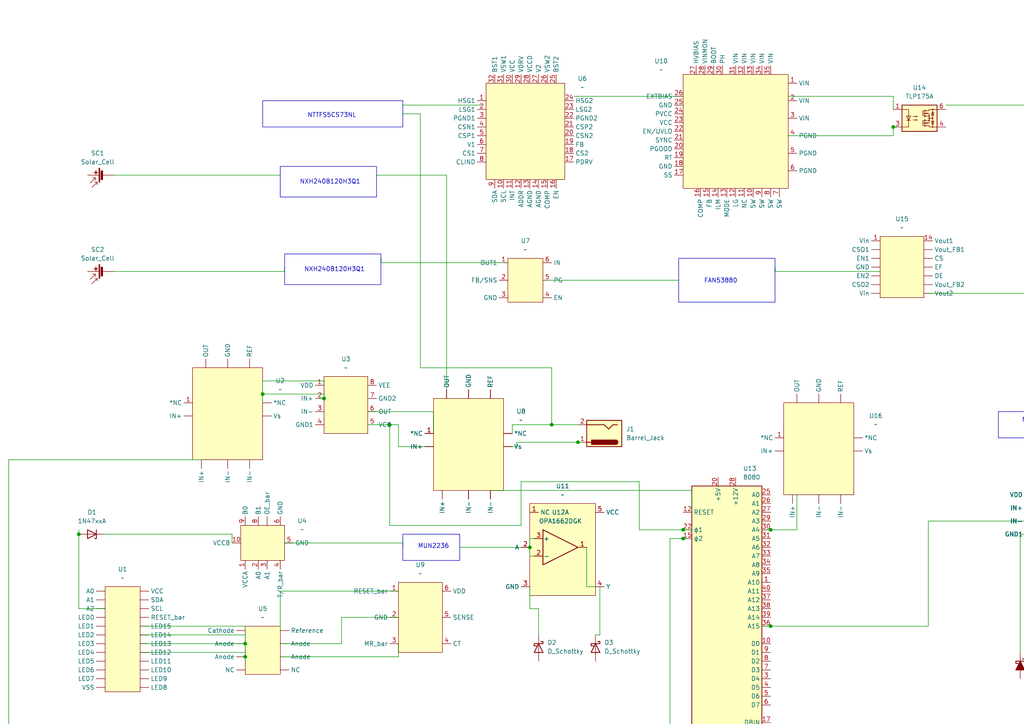
<source format=kicad_sch>
(kicad_sch (version 20250114) (generator "eeschema") (generator_version "9.0")
  (paper "A4")
  (lib_symbols
    (symbol "Amplifier_Operational:OPA1662DGK" (pin_names (offset 0.127))
      (property "Reference" "U" (at 0 5.08 0))
      (property "Value" "OPA1662DGK" (at 0 -5.08 0))
      (symbol "OPA1662DGK_1_1"
        (polyline (pts (xy -5.08 5.08) (xy 5.08 0) (xy -5.08 -5.08) (xy -5.08 5.08)) (stroke (width 0.254)) (fill (type background)))
        (pin input line (at -7.62 2.54 0) (length 2.54) (name "+") (number "3"))
        (pin input line (at -7.62 -2.54 0) (length 2.54) (name "-") (number "2"))
        (pin output line (at 7.62 0 180) (length 2.54) (name "~") (number "1"))
      )
      (symbol "OPA1662DGK_2_1"
        (polyline (pts (xy -5.08 5.08) (xy 5.08 0) (xy -5.08 -5.08) (xy -5.08 5.08)) (stroke (width 0.254)) (fill (type background)))
        (pin input line (at -7.62 2.54 0) (length 2.54) (name "+") (number "5"))
        (pin input line (at -7.62 -2.54 0) (length 2.54) (name "-") (number "6"))
        (pin output line (at 7.62 0 180) (length 2.54) (name "~") (number "7"))
      )
      (symbol "OPA1662DGK_3_1"
        (pin power_in line (at -2.54 7.62 270) (length 3.81) (name "V+") (number "8"))
        (pin power_in line (at -2.54 -7.62 90) (length 3.81) (name "V-") (number "4"))
      )
    )
    (symbol "Amplifier_Operational:TLV172IDCK" (pin_names (offset 0.127))
      (property "Reference" "U" (at 7.62 2.54 0))
      (property "Value" "TLV172IDCK" (at 11.43 -2.54 0))
      (symbol "TLV172IDCK_0_1"
        (polyline (pts (xy -2.54 5.08) (xy -2.54 -5.08) (xy 7.62 0) (xy -2.54 5.08)) (stroke (width 0.254)) (fill (type background)))
      )
      (symbol "TLV172IDCK_1_1"
        (pin input line (at -5.08 2.54 0) (length 2.54) (name "+") (number "1"))
        (pin input line (at -5.08 -2.54 0) (length 2.54) (name "-") (number "3"))
        (pin power_in line (at 0 7.62 270) (length 3.81) (name "V+") (number "5"))
        (pin power_in line (at 0 -7.62 90) (length 3.81) (name "V-") (number "2"))
        (pin output line (at 10.16 0 180) (length 2.54) (name "~") (number "4"))
      )
    )
    (symbol "Cobot_components:NCP189"
      (property "Reference" "U" (at 0 0 0))
      (symbol "NCP189_1_1"
        (rectangle (start -5.08 -2.54) (end 5.08 -15.24) (fill (type background)))
        (pin input line (at -5.08 -3.81 180) (length 2.54) (name "OUT1") (number "1"))
        (pin input line (at -5.08 -8.89 180) (length 2.54) (name "FB/SNS") (number "2"))
        (pin input line (at -5.08 -13.97 180) (length 2.54) (name "GND") (number "3"))
        (pin input line (at 5.08 -3.81 0) (length 2.54) (name "IN") (number "6"))
        (pin input line (at 5.08 -8.89 0) (length 2.54) (name "PG") (number "5"))
        (pin input line (at 5.08 -13.97 0) (length 2.54) (name "EN") (number "4"))
      )
    )
    (symbol "Cobot_components:NCP51752"
      (property "Reference" "U" (at 0 0 0))
      (symbol "NCP51752_1_1"
        (rectangle (start -6.35 -3.81) (end 6.35 -20.32) (fill (type background)))
        (pin input line (at -6.35 -6.35 180) (length 2.54) (name "VDD") (number "1"))
        (pin input line (at -6.35 -10.16 180) (length 2.54) (name "IN+") (number "2"))
        (pin input line (at -6.35 -13.97 180) (length 2.54) (name "IN-") (number "3"))
        (pin input line (at -6.35 -17.78 180) (length 2.54) (name "GND1") (number "4"))
        (pin input line (at 6.35 -6.35 0) (length 2.54) (name "VEE") (number "8"))
        (pin input line (at 6.35 -10.16 0) (length 2.54) (name "GND2") (number "7"))
        (pin input line (at 6.35 -13.97 0) (length 2.54) (name "OUT") (number "6"))
        (pin input line (at 6.35 -17.78 0) (length 2.54) (name "VCC") (number "5"))
      )
    )
    (symbol "Cobot_components:NCS211R"
      (property "Reference" "U" (at 0 0 0))
      (symbol "NCS211R_1_1"
        (rectangle (start -10.16 -11.43) (end 10.16 -38.1) (fill (type background)))
        (pin input line (at -10.16 -21.59 180) (length 2.54) (name "*NC") (number "1"))
        (pin input line (at -10.16 -25.4 180) (length 2.54) (name "IN+") (number ""))
        (pin input line (at -7.62 -38.1 270) (length 2.54) (name "IN+") (number ""))
        (pin input line (at -6.35 -11.43 90) (length 2.54) (name "OUT") (number ""))
        (pin input line (at 0 -11.43 90) (length 2.54) (name "GND") (number ""))
        (pin input line (at 0 -38.1 270) (length 2.54) (name "IN-") (number ""))
        (pin input line (at 6.35 -11.43 90) (length 2.54) (name "REF") (number ""))
        (pin input line (at 6.35 -38.1 270) (length 2.54) (name "IN-") (number ""))
        (pin input line (at 10.16 -21.59 0) (length 2.54) (name "*NC") (number ""))
        (pin input line (at 10.16 -25.4 0) (length 2.54) (name "Vs") (number ""))
      )
    )
    (symbol "Cobot_components:NIS3071"
      (property "Reference" "U" (at 0 0 0))
      (symbol "NIS3071_1_1"
        (rectangle (start -10.16 -17.78) (end 8.89 -49.53) (fill (type background)))
        (pin input line (at -10.16 -25.4 180) (length 2.54) (name "VOUT1") (number ""))
        (pin input line (at -10.16 -30.48 180) (length 2.54) (name "VIN1") (number ""))
        (pin input line (at -10.16 -35.56 180) (length 2.54) (name "VIN2") (number ""))
        (pin input line (at -10.16 -40.64 180) (length 2.54) (name "VOUT2") (number ""))
        (pin input line (at -6.35 -17.78 90) (length 2.54) (name "EN1") (number ""))
        (pin input line (at -6.35 -49.53 270) (length 2.54) (name "FAULT") (number ""))
        (pin input line (at -2.54 -17.78 90) (length 2.54) (name "EN2") (number ""))
        (pin input line (at -2.54 -49.53 270) (length 2.54) (name "dvdt") (number ""))
        (pin input line (at 1.27 -17.78 90) (length 2.54) (name "EN3") (number ""))
        (pin input line (at 1.27 -49.53 270) (length 2.54) (name "ILM") (number ""))
        (pin input line (at 5.08 -17.78 90) (length 2.54) (name "EN4") (number ""))
        (pin input line (at 5.08 -49.53 270) (length 2.54) (name "GND") (number ""))
        (pin input line (at 8.89 -25.4 0) (length 2.54) (name "VOUT3") (number ""))
        (pin input line (at 8.89 -30.48 0) (length 2.54) (name "VIN3") (number ""))
        (pin input line (at 8.89 -35.56 0) (length 2.54) (name "VIN4") (number ""))
        (pin input line (at 8.89 -40.64 0) (length 2.54) (name "VOUT4") (number ""))
      )
    )
    (symbol "Connector:Barrel_Jack" (pin_names (offset 1.016))
      (property "Reference" "J" (at 0 5.334 0))
      (property "Value" "Barrel_Jack" (at 0 -5.08 0))
      (symbol "Barrel_Jack_0_1"
        (rectangle (start -5.08 3.81) (end 5.08 -3.81) (stroke (width 0.254)) (fill (type background)))
        (polyline (pts (xy -3.81 -2.54) (xy -2.54 -2.54) (xy -1.27 -1.27) (xy 0 -2.54) (xy 2.54 -2.54) (xy 5.08 -2.54)) (stroke (width 0.254)))
        (arc (start -3.302 1.905) (mid -3.9343 2.54) (end -3.302 3.175) (stroke (width 0.254)))
        (arc (start -3.302 1.905) (mid -3.9343 2.54) (end -3.302 3.175) (stroke (width 0.254)) (fill (type outline)))
        (rectangle (start 3.683 3.175) (end -3.302 1.905) (stroke (width 0.254)) (fill (type outline)))
        (polyline (pts (xy 5.08 2.54) (xy 3.81 2.54)) (stroke (width 0.254)))
      )
      (symbol "Barrel_Jack_1_1"
        (pin passive line (at 7.62 2.54 180) (length 2.54) (name "~") (number "1"))
        (pin passive line (at 7.62 -2.54 180) (length 2.54) (name "~") (number "2"))
      )
    )
    (symbol "Device:D_Schottky" (pin_numbers (hide yes)) (pin_names (offset 1.016) (hide yes))
      (property "Reference" "D" (at 0 2.54 0))
      (property "Value" "D_Schottky" (at 0 -2.54 0))
      (symbol "D_Schottky_0_1"
        (polyline (pts (xy -1.905 0.635) (xy -1.905 1.27) (xy -1.27 1.27) (xy -1.27 -1.27) (xy -0.635 -1.27) (xy -0.635 -0.635)) (stroke (width 0.254)))
        (polyline (pts (xy 1.27 1.27) (xy 1.27 -1.27) (xy -1.27 0) (xy 1.27 1.27)) (stroke (width 0.254)))
        (polyline (pts (xy 1.27 0) (xy -1.27 0)))
      )
      (symbol "D_Schottky_1_1"
        (pin passive line (at -3.81 0 0) (length 2.54) (name "K") (number "1"))
        (pin passive line (at 3.81 0 180) (length 2.54) (name "A") (number "2"))
      )
    )
    (symbol "Device:D_Schottky_Filled" (pin_numbers (hide yes)) (pin_names (offset 1.016) (hide yes))
      (property "Reference" "D" (at 0 2.54 0))
      (property "Value" "D_Schottky_Filled" (at 0 -2.54 0))
      (symbol "D_Schottky_Filled_0_1"
        (polyline (pts (xy -1.905 0.635) (xy -1.905 1.27) (xy -1.27 1.27) (xy -1.27 -1.27) (xy -0.635 -1.27) (xy -0.635 -0.635)) (stroke (width 0.254)))
        (polyline (pts (xy 1.27 1.27) (xy 1.27 -1.27) (xy -1.27 0) (xy 1.27 1.27)) (stroke (width 0.254)) (fill (type outline)))
        (polyline (pts (xy 1.27 0) (xy -1.27 0)))
      )
      (symbol "D_Schottky_Filled_1_1"
        (pin passive line (at -3.81 0 0) (length 2.54) (name "K") (number "1"))
        (pin passive line (at 3.81 0 180) (length 2.54) (name "A") (number "2"))
      )
    )
    (symbol "Device:Solar_Cell" (pin_numbers (hide yes)) (pin_names (offset 0) (hide yes))
      (property "Reference" "SC" (at 2.54 2.54 0))
      (property "Value" "Solar_Cell" (at 2.54 0 0))
      (symbol "Solar_Cell_0_1"
        (polyline (pts (xy -2.032 3.048) (xy -2.032 2.286) (xy -2.794 2.286)))
        (polyline (pts (xy -2.032 2.286) (xy -3.556 3.81)))
        (rectangle (start -2.032 1.778) (end 2.032 1.524) (fill (type outline)))
        (rectangle (start -1.3208 1.1938) (end 1.27 0.6858) (fill (type outline)))
        (polyline (pts (xy -0.762 3.556) (xy -0.762 2.794) (xy -1.524 2.794)))
        (polyline (pts (xy -0.762 2.794) (xy -2.286 4.318)))
        (polyline (pts (xy 0 1.778) (xy 0 2.54)))
        (polyline (pts (xy 0 0.762) (xy 0 0)))
        (polyline (pts (xy 0.254 2.667) (xy 1.27 2.667)) (stroke (width 0.254)))
        (polyline (pts (xy 0.762 3.175) (xy 0.762 2.159)) (stroke (width 0.254)))
      )
      (symbol "Solar_Cell_1_1"
        (pin passive line (at 0 5.08 270) (length 2.54) (name "+") (number "1"))
        (pin passive line (at 0 -2.54 90) (length 2.54) (name "-") (number "2"))
      )
    )
    (symbol "Diode:1N4148WT" (pin_numbers (hide yes)) (pin_names (hide yes))
      (property "Reference" "D" (at 0 2.54 0))
      (property "Value" "1N4148WT" (at 0 -2.54 0))
      (symbol "1N4148WT_0_1"
        (polyline (pts (xy -1.27 1.27) (xy -1.27 -1.27)) (stroke (width 0.254)))
        (polyline (pts (xy 1.27 1.27) (xy 1.27 -1.27) (xy -1.27 0) (xy 1.27 1.27)) (stroke (width 0.254)))
        (polyline (pts (xy 1.27 0) (xy -1.27 0)))
      )
      (symbol "1N4148WT_1_1"
        (pin passive line (at -3.81 0 0) (length 2.54) (name "K") (number "1"))
        (pin passive line (at 3.81 0 180) (length 2.54) (name "A") (number "2"))
      )
    )
    (symbol "Diode:1N47xxA" (pin_numbers (hide yes)) (pin_names (hide yes))
      (property "Reference" "D" (at 0 2.54 0))
      (property "Value" "1N47xxA" (at 0 -2.54 0))
      (symbol "1N47xxA_0_1"
        (polyline (pts (xy -1.27 -1.27) (xy -1.27 1.27) (xy -0.762 1.27)) (stroke (width 0.254)))
        (polyline (pts (xy 1.27 0) (xy -1.27 0)))
        (polyline (pts (xy 1.27 -1.27) (xy 1.27 1.27) (xy -1.27 0) (xy 1.27 -1.27)) (stroke (width 0.254)))
      )
      (symbol "1N47xxA_1_1"
        (pin passive line (at -3.81 0 0) (length 2.54) (name "K") (number "1"))
        (pin passive line (at 3.81 0 180) (length 2.54) (name "A") (number "2"))
      )
    )
    (symbol "MCU_Intel:8080"
      (property "Reference" "U" (at -7.62 44.45 0))
      (property "Value" "8080" (at 7.62 44.45 0))
      (symbol "8080_0_1"
        (rectangle (start -10.16 43.18) (end 10.16 -43.18) (stroke (width 0.254)) (fill (type background)))
      )
      (symbol "8080_1_1"
        (pin input line (at -12.7 35.56 0) (length 2.54) (name "RESET") (number "12"))
        (pin input line (at -12.7 30.48 0) (length 2.54) (name "ϕ1") (number "22"))
        (pin input line (at -12.7 27.94 0) (length 2.54) (name "ϕ2") (number "15"))
        (pin input line (at -12.7 -33.02 0) (length 2.54) (name "HOLD") (number "13"))
        (pin input line (at -12.7 -35.56 0) (length 2.54) (name "READY") (number "23"))
        (pin input line (at -12.7 -38.1 0) (length 2.54) (name "INT") (number "14"))
        (pin power_in line (at -2.54 45.72 270) (length 2.54) (name "+5V") (number "20"))
        (pin power_in line (at -2.54 -45.72 90) (length 2.54) (name "GND") (number "2"))
        (pin power_in line (at 2.54 45.72 270) (length 2.54) (name "+12V") (number "28"))
        (pin power_in line (at 2.54 -45.72 90) (length 2.54) (name "-5V") (number "11"))
        (pin output line (at 12.7 40.64 180) (length 2.54) (name "A0") (number "25"))
        (pin output line (at 12.7 38.1 180) (length 2.54) (name "A1") (number "26"))
        (pin output line (at 12.7 35.56 180) (length 2.54) (name "A2") (number "27"))
        (pin output line (at 12.7 33.02 180) (length 2.54) (name "A3") (number "29"))
        (pin output line (at 12.7 30.48 180) (length 2.54) (name "A4") (number "30"))
        (pin output line (at 12.7 27.94 180) (length 2.54) (name "A5") (number "31"))
        (pin output line (at 12.7 25.4 180) (length 2.54) (name "A6") (number "32"))
        (pin output line (at 12.7 22.86 180) (length 2.54) (name "A7") (number "33"))
        (pin output line (at 12.7 20.32 180) (length 2.54) (name "A8") (number "34"))
        (pin output line (at 12.7 17.78 180) (length 2.54) (name "A9") (number "35"))
        (pin output line (at 12.7 15.24 180) (length 2.54) (name "A10") (number "1"))
        (pin output line (at 12.7 12.7 180) (length 2.54) (name "A11") (number "40"))
        (pin output line (at 12.7 10.16 180) (length 2.54) (name "A12") (number "37"))
        (pin output line (at 12.7 7.62 180) (length 2.54) (name "A13") (number "38"))
        (pin output line (at 12.7 5.08 180) (length 2.54) (name "A14") (number "39"))
        (pin output line (at 12.7 2.54 180) (length 2.54) (name "A15") (number "36"))
        (pin bidirectional line (at 12.7 -2.54 180) (length 2.54) (name "D0") (number "10"))
        (pin bidirectional line (at 12.7 -5.08 180) (length 2.54) (name "D1") (number "9"))
        (pin bidirectional line (at 12.7 -7.62 180) (length 2.54) (name "D2") (number "8"))
        (pin bidirectional line (at 12.7 -10.16 180) (length 2.54) (name "D3") (number "7"))
        (pin bidirectional line (at 12.7 -12.7 180) (length 2.54) (name "D4") (number "3"))
        (pin bidirectional line (at 12.7 -15.24 180) (length 2.54) (name "D5") (number "4"))
        (pin bidirectional line (at 12.7 -17.78 180) (length 2.54) (name "D6") (number "5"))
        (pin bidirectional line (at 12.7 -20.32 180) (length 2.54) (name "D7") (number "6"))
        (pin output line (at 12.7 -25.4 180) (length 2.54) (name "DBIN") (number "17"))
        (pin output line (at 12.7 -27.94 180) (length 2.54) (name "~{WR}") (number "18"))
        (pin output line (at 12.7 -33.02 180) (length 2.54) (name "HLDA") (number "21"))
        (pin output line (at 12.7 -35.56 180) (length 2.54) (name "WAIT") (number "24"))
        (pin output line (at 12.7 -38.1 180) (length 2.54) (name "INTE") (number "16"))
        (pin output line (at 12.7 -40.64 180) (length 2.54) (name "SYNC") (number "19"))
      )
    )
    (symbol "NCS211R_1"
      (property "Reference" "U" (at 0 0 0))
      (symbol "NCS211R_1_1_1"
        (rectangle (start -10.16 -11.43) (end 10.16 -38.1) (fill (type background)))
        (pin input line (at -10.16 -21.59 180) (length 2.54) (name "*NC") (number "1"))
        (pin input line (at -10.16 -25.4 180) (length 2.54) (name "IN+") (number ""))
        (pin input line (at -7.62 -38.1 270) (length 2.54) (name "IN+") (number ""))
        (pin input line (at -6.35 -11.43 90) (length 2.54) (name "OUT") (number ""))
        (pin input line (at 0 -11.43 90) (length 2.54) (name "GND") (number ""))
        (pin input line (at 0 -38.1 270) (length 2.54) (name "IN-") (number ""))
        (pin input line (at 6.35 -11.43 90) (length 2.54) (name "REF") (number ""))
        (pin input line (at 6.35 -38.1 270) (length 2.54) (name "IN-") (number ""))
        (pin input line (at 10.16 -21.59 0) (length 2.54) (name "*NC") (number ""))
        (pin input line (at 10.16 -25.4 0) (length 2.54) (name "Vs") (number ""))
      )
    )
    (symbol "NCS211R_2"
      (property "Reference" "U" (at 0 0 0))
      (symbol "NCS211R_2_1_1"
        (rectangle (start -10.16 -11.43) (end 10.16 -38.1) (fill (type background)))
        (pin input line (at -10.16 -21.59 180) (length 2.54) (name "*NC") (number "1"))
        (pin input line (at -10.16 -25.4 180) (length 2.54) (name "IN+") (number ""))
        (pin input line (at -7.62 -38.1 270) (length 2.54) (name "IN+") (number ""))
        (pin input line (at -6.35 -11.43 90) (length 2.54) (name "OUT") (number ""))
        (pin input line (at 0 -11.43 90) (length 2.54) (name "GND") (number ""))
        (pin input line (at 0 -38.1 270) (length 2.54) (name "IN-") (number ""))
        (pin input line (at 6.35 -11.43 90) (length 2.54) (name "REF") (number ""))
        (pin input line (at 6.35 -38.1 270) (length 2.54) (name "IN-") (number ""))
        (pin input line (at 10.16 -21.59 0) (length 2.54) (name "*NC") (number ""))
        (pin input line (at 10.16 -25.4 0) (length 2.54) (name "Vs") (number ""))
      )
    )
    (symbol "NCS211R_3"
      (property "Reference" "U" (at 0 0 0))
      (symbol "NCS211R_3_1_1"
        (rectangle (start -10.16 -11.43) (end 10.16 -38.1) (fill (type background)))
        (pin input line (at -10.16 -21.59 180) (length 2.54) (name "*NC") (number "1"))
        (pin input line (at -10.16 -25.4 180) (length 2.54) (name "IN+") (number ""))
        (pin input line (at -7.62 -38.1 270) (length 2.54) (name "IN+") (number ""))
        (pin input line (at -6.35 -11.43 90) (length 2.54) (name "OUT") (number ""))
        (pin input line (at 0 -11.43 90) (length 2.54) (name "GND") (number ""))
        (pin input line (at 0 -38.1 270) (length 2.54) (name "IN-") (number ""))
        (pin input line (at 6.35 -11.43 90) (length 2.54) (name "REF") (number ""))
        (pin input line (at 6.35 -38.1 270) (length 2.54) (name "IN-") (number ""))
        (pin input line (at 10.16 -21.59 0) (length 2.54) (name "*NC") (number ""))
        (pin input line (at 10.16 -25.4 0) (length 2.54) (name "Vs") (number ""))
      )
    )
    (symbol "Relay_SolidState:TLP175A"
      (property "Reference" "U" (at -5.08 4.953 0))
      (property "Value" "TLP175A" (at -5.08 -5.08 0))
      (symbol "TLP175A_0_1"
        (rectangle (start -5.08 3.81) (end 5.08 -3.81) (stroke (width 0.254)) (fill (type background)))
        (polyline (pts (xy -5.08 2.54) (xy -3.175 2.54) (xy -3.175 -2.54) (xy -5.08 -2.54)))
        (polyline (pts (xy -3.81 -0.635) (xy -2.54 -0.635)))
        (polyline (pts (xy -3.175 -0.635) (xy -3.81 0.635) (xy -2.54 0.635) (xy -3.175 -0.635)))
        (polyline (pts (xy -1.905 0.508) (xy -0.635 0.508) (xy -1.016 0.381) (xy -1.016 0.635) (xy -0.635 0.508)))
        (polyline (pts (xy -1.905 -0.508) (xy -0.635 -0.508) (xy -1.016 -0.635) (xy -1.016 -0.381) (xy -0.635 -0.508)))
        (polyline (pts (xy 1.016 2.159) (xy 1.016 0.635)) (stroke (width 0.2032)))
        (polyline (pts (xy 1.016 -0.635) (xy 1.016 -2.159)) (stroke (width 0.2032)))
        (polyline (pts (xy 1.524 2.286) (xy 1.524 2.032) (xy 1.524 2.032)) (stroke (width 0.3556)))
        (polyline (pts (xy 1.524 1.524) (xy 1.524 1.27) (xy 1.524 1.27)) (stroke (width 0.3556)))
        (polyline (pts (xy 1.524 0.762) (xy 1.524 0.508) (xy 1.524 0.508)) (stroke (width 0.3556)))
        (polyline (pts (xy 1.524 -0.508) (xy 1.524 -0.762)) (stroke (width 0.3556)))
        (polyline (pts (xy 1.524 -1.27) (xy 1.524 -1.524) (xy 1.524 -1.524)) (stroke (width 0.3556)))
        (polyline (pts (xy 1.524 -2.032) (xy 1.524 -2.286) (xy 1.524 -2.286)) (stroke (width 0.3556)))
        (polyline (pts (xy 1.651 2.159) (xy 2.794 2.159) (xy 2.794 2.54) (xy 5.08 2.54)))
        (polyline (pts (xy 1.651 1.397) (xy 2.794 1.397) (xy 2.794 0.635)))
        (polyline (pts (xy 1.651 -0.635) (xy 2.794 -0.635) (xy 2.794 0.635) (xy 1.651 0.635)))
        (polyline (pts (xy 1.651 -1.397) (xy 2.794 -1.397) (xy 2.794 -0.635)))
        (polyline (pts (xy 1.651 -2.159) (xy 2.794 -2.159) (xy 2.794 -2.54) (xy 5.08 -2.54)))
        (polyline (pts (xy 1.778 1.397) (xy 2.286 1.524) (xy 2.286 1.27) (xy 1.778 1.397)))
        (polyline (pts (xy 1.778 -1.397) (xy 2.286 -1.27) (xy 2.286 -1.524) (xy 1.778 -1.397)))
        (circle (center 2.794 0.635) (radius 0.127))
        (polyline (pts (xy 2.794 0) (xy 3.81 0)))
        (circle (center 2.794 0) (radius 0.127))
        (circle (center 2.794 -0.635) (radius 0.127))
        (polyline (pts (xy 3.429 1.651) (xy 4.191 1.651)))
        (polyline (pts (xy 3.429 -1.651) (xy 4.191 -1.651)))
        (circle (center 3.81 2.54) (radius 0.127))
        (polyline (pts (xy 3.81 1.651) (xy 3.429 0.889) (xy 4.191 0.889) (xy 3.81 1.651)))
        (circle (center 3.81 0) (radius 0.127))
        (polyline (pts (xy 3.81 -1.651) (xy 3.429 -0.889) (xy 4.191 -0.889) (xy 3.81 -1.651)))
        (polyline (pts (xy 3.81 -2.54) (xy 3.81 2.54)))
        (circle (center 3.81 -2.54) (radius 0.127))
      )
      (symbol "TLP175A_1_1"
        (pin passive line (at -7.62 2.54 0) (length 2.54) (name "~") (number "1"))
        (pin passive line (at -7.62 -2.54 0) (length 2.54) (name "~") (number "3"))
        (pin passive line (at 7.62 2.54 180) (length 2.54) (name "~") (number "6"))
        (pin passive line (at 7.62 -2.54 180) (length 2.54) (name "~") (number "4"))
      )
    )
    (symbol "si_components:CAT9532"
      (property "Reference" "U" (at 0 0 0))
      (symbol "CAT9532_1_1"
        (rectangle (start -5.08 -1.27) (end 5.08 -31.75) (fill (type background)))
        (pin input line (at -5.08 -2.54 180) (length 2.54) (name "A0") (number ""))
        (pin input line (at -5.08 -5.08 180) (length 2.54) (name "A1") (number ""))
        (pin input line (at -5.08 -7.62 180) (length 2.54) (name "A2") (number ""))
        (pin input line (at -5.08 -10.16 180) (length 2.54) (name "LED0") (number ""))
        (pin input line (at -5.08 -12.7 180) (length 2.54) (name "LED1") (number ""))
        (pin input line (at -5.08 -15.24 180) (length 2.54) (name "LED2") (number ""))
        (pin input line (at -5.08 -17.78 180) (length 2.54) (name "LED3") (number ""))
        (pin input line (at -5.08 -20.32 180) (length 2.54) (name "LED4") (number ""))
        (pin input line (at -5.08 -22.86 180) (length 2.54) (name "LED5") (number ""))
        (pin input line (at -5.08 -25.4 180) (length 2.54) (name "LED6") (number ""))
        (pin input line (at -5.08 -27.94 180) (length 2.54) (name "LED7") (number ""))
        (pin input line (at -5.08 -30.48 180) (length 2.54) (name "VSS") (number ""))
        (pin input line (at 5.08 -2.54 0) (length 2.54) (name "VCC") (number ""))
        (pin input line (at 5.08 -5.08 0) (length 2.54) (name "SDA") (number ""))
        (pin input line (at 5.08 -7.62 0) (length 2.54) (name "SCL") (number ""))
        (pin input line (at 5.08 -10.16 0) (length 2.54) (name "RESET_bar") (number ""))
        (pin input line (at 5.08 -12.7 0) (length 2.54) (name "LED15") (number ""))
        (pin input line (at 5.08 -15.24 0) (length 2.54) (name "LED14") (number ""))
        (pin input line (at 5.08 -17.78 0) (length 2.54) (name "LED13") (number ""))
        (pin input line (at 5.08 -20.32 0) (length 2.54) (name "LED12") (number ""))
        (pin input line (at 5.08 -22.86 0) (length 2.54) (name "LED11") (number ""))
        (pin input line (at 5.08 -25.4 0) (length 2.54) (name "LED10") (number ""))
        (pin input line (at 5.08 -27.94 0) (length 2.54) (name "LED9") (number ""))
        (pin input line (at 5.08 -30.48 0) (length 2.54) (name "LED8") (number ""))
      )
    )
    (symbol "si_components:FAN65004B"
      (property "Reference" "U" (at 0 0 0))
      (symbol "FAN65004B_1_1"
        (rectangle (start -15.24 -10.16) (end 15.24 -43.18) (fill (type background)))
        (pin input line (at -15.24 -16.51 180) (length 2.54) (name "EXTBIAS") (number "26"))
        (pin input line (at -15.24 -19.05 180) (length 2.54) (name "GND") (number "25"))
        (pin input line (at -15.24 -21.59 180) (length 2.54) (name "PVCC") (number "24"))
        (pin input line (at -15.24 -24.13 180) (length 2.54) (name "VCC") (number "23"))
        (pin input line (at -15.24 -26.67 180) (length 2.54) (name "EN/UVLO") (number "22"))
        (pin input line (at -15.24 -29.21 180) (length 2.54) (name "SYNC") (number "21"))
        (pin input line (at -15.24 -31.75 180) (length 2.54) (name "PGOOD") (number "20"))
        (pin input line (at -15.24 -34.29 180) (length 2.54) (name "RT") (number "19"))
        (pin input line (at -15.24 -36.83 180) (length 2.54) (name "GND") (number "18"))
        (pin input line (at -15.24 -39.37 180) (length 2.54) (name "SS") (number "17"))
        (pin input line (at -11.43 -10.16 90) (length 2.54) (name "HVBIAS") (number "27"))
        (pin input line (at -10.16 -43.18 270) (length 2.54) (name "COMP") (number "16"))
        (pin input line (at -8.89 -10.16 90) (length 2.54) (name "VINMON") (number "28"))
        (pin input line (at -7.62 -43.18 270) (length 2.54) (name "FB") (number "15"))
        (pin input line (at -6.35 -10.16 90) (length 2.54) (name "BOOT") (number "29"))
        (pin input line (at -5.08 -43.18 270) (length 2.54) (name "ILM") (number "14"))
        (pin input line (at -3.81 -10.16 90) (length 2.54) (name "PH") (number "30"))
        (pin input line (at -2.54 -43.18 270) (length 2.54) (name "MODE") (number "13"))
        (pin input line (at 0 -10.16 90) (length 2.54) (name "VIN") (number "31"))
        (pin input line (at 0 -43.18 270) (length 2.54) (name "LG") (number "12"))
        (pin input line (at 2.54 -10.16 90) (length 2.54) (name "VIN") (number "32"))
        (pin input line (at 2.54 -43.18 270) (length 2.54) (name "NC") (number "11"))
        (pin input line (at 5.08 -10.16 90) (length 2.54) (name "VIN") (number "33"))
        (pin input line (at 5.08 -43.18 270) (length 2.54) (name "SW") (number "10"))
        (pin input line (at 7.62 -10.16 90) (length 2.54) (name "VIN") (number "34"))
        (pin input line (at 7.62 -43.18 270) (length 2.54) (name "SW") (number "9"))
        (pin input line (at 10.16 -10.16 90) (length 2.54) (name "VIN") (number "35"))
        (pin input line (at 10.16 -43.18 270) (length 2.54) (name "SW") (number "8"))
        (pin input line (at 12.7 -43.18 270) (length 2.54) (name "SW") (number "7"))
        (pin input line (at 15.24 -12.7 0) (length 2.54) (name "VIN") (number "1"))
        (pin input line (at 15.24 -17.78 0) (length 2.54) (name "VIN") (number "2"))
        (pin input line (at 15.24 -22.86 0) (length 2.54) (name "VIN") (number "3"))
        (pin input line (at 15.24 -27.94 0) (length 2.54) (name "PGND") (number "4"))
        (pin input line (at 15.24 -33.02 0) (length 2.54) (name "PGND") (number "5"))
        (pin input line (at 15.24 -38.1 0) (length 2.54) (name "PGND") (number "6"))
      )
    )
    (symbol "si_components:FXL2T245_"
      (property "Reference" "U" (at 0 0 0))
      (symbol "FXL2T245__1_1"
        (rectangle (start -6.35 -6.35) (end 6.35 -16.51) (fill (type background)))
        (pin input line (at -6.35 -11.43 180) (length 2.54) (name "VCCB") (number "10"))
        (pin input line (at -5.08 -6.35 90) (length 2.54) (name "B0") (number "9"))
        (pin input line (at -5.08 -16.51 270) (length 2.54) (name "VCCA") (number "1"))
        (pin input line (at -1.27 -6.35 90) (length 2.54) (name "B1") (number "8"))
        (pin input line (at -1.27 -16.51 270) (length 2.54) (name "A0") (number "2"))
        (pin input line (at 1.27 -6.35 90) (length 2.54) (name "OE_bar") (number ""))
        (pin input line (at 1.27 -16.51 270) (length 2.54) (name "A1") (number "3"))
        (pin input line (at 5.08 -6.35 90) (length 2.54) (name "GND") (number "6"))
        (pin input line (at 5.08 -16.51 270) (length 2.54) (name "T/R_bar") (number "4"))
        (pin input line (at 6.35 -11.43 0) (length 2.54) (name "GND") (number "5"))
      )
    )
    (symbol "si_components:NCN26000"
      (property "Reference" "U" (at 0 0 0))
      (symbol "NCN26000_1_1"
        (rectangle (start -12.7 -11.43) (end 10.16 -39.37) (fill (type background)))
        (pin input line (at -12.7 -16.51 180) (length 2.54) (name "GND") (number "1"))
        (pin input line (at -12.7 -19.05 180) (length 2.54) (name "NC") (number "2"))
        (pin input line (at -12.7 -21.59 180) (length 2.54) (name "XO") (number "3"))
        (pin input line (at -12.7 -24.13 180) (length 2.54) (name "XI") (number "4"))
        (pin input line (at -12.7 -26.67 180) (length 2.54) (name "VDD") (number "5"))
        (pin input line (at -12.7 -29.21 180) (length 2.54) (name "LINEP") (number "6"))
        (pin input line (at -12.7 -31.75 180) (length 2.54) (name "LINEN") (number "7"))
        (pin input line (at -12.7 -34.29 180) (length 2.54) (name "VDRVN") (number "8"))
        (pin input line (at -10.16 -11.43 90) (length 2.54) (name "DVDD") (number "32"))
        (pin input line (at -10.16 -39.37 270) (length 2.54) (name "DIO1") (number "9"))
        (pin input line (at -7.62 -11.43 90) (length 2.54) (name "RXD3") (number "31"))
        (pin input line (at -7.62 -39.37 270) (length 2.54) (name "DIO0") (number "10"))
        (pin input line (at -5.08 -11.43 90) (length 2.54) (name "RXD2") (number "30"))
        (pin input line (at -5.08 -39.37 270) (length 2.54) (name "MDINT") (number "11"))
        (pin input line (at -2.54 -11.43 90) (length 2.54) (name "RXD1") (number "29"))
        (pin input line (at -2.54 -39.37 270) (length 2.54) (name "RSTn") (number "12"))
        (pin input line (at 0 -11.43 90) (length 2.54) (name "RXD0") (number "28"))
        (pin input line (at 0 -39.37 270) (length 2.54) (name "MDCK") (number "13"))
        (pin input line (at 2.54 -11.43 90) (length 2.54) (name "RXDV") (number "27"))
        (pin input line (at 2.54 -39.37 270) (length 2.54) (name "MDIO") (number "14"))
        (pin input line (at 5.08 -11.43 90) (length 2.54) (name "RXER") (number "26"))
        (pin input line (at 5.08 -39.37 270) (length 2.54) (name "TXCK") (number "15"))
        (pin input line (at 7.62 -11.43 90) (length 2.54) (name "COL") (number "25"))
        (pin input line (at 7.62 -39.37 270) (length 2.54) (name "TXEN") (number "16"))
        (pin input line (at 10.16 -16.51 0) (length 2.54) (name "CRS") (number "24"))
        (pin input line (at 10.16 -19.05 0) (length 2.54) (name "RXCK") (number "23"))
        (pin input line (at 10.16 -21.59 0) (length 2.54) (name "VDDIO") (number "22"))
        (pin input line (at 10.16 -24.13 0) (length 2.54) (name "TXD3") (number "21"))
        (pin input line (at 10.16 -26.67 0) (length 2.54) (name "TXD2") (number "20"))
        (pin input line (at 10.16 -29.21 0) (length 2.54) (name "TXD1") (number "19"))
        (pin input line (at 10.16 -31.75 0) (length 2.54) (name "TXD0") (number "18"))
        (pin input line (at 10.16 -34.29 0) (length 2.54) (name "TXER") (number "17"))
      )
    )
    (symbol "si_components:NCP431"
      (property "Reference" "U" (at 0 0 0))
      (symbol "NCP431_1_1"
        (rectangle (start -5.08 -3.81) (end 5.08 -17.78) (fill (type background)))
        (pin input line (at -5.08 -5.08 180) (length 2.54) (name "Cathode") (number ""))
        (pin input line (at -5.08 -8.89 180) (length 2.54) (name "Anode") (number ""))
        (pin input line (at -5.08 -12.7 180) (length 2.54) (name "Anode") (number ""))
        (pin input line (at -5.08 -16.51 180) (length 2.54) (name "NC") (number ""))
        (pin input line (at 5.08 -5.08 0) (length 2.54) (name "Reference") (number ""))
        (pin input line (at 5.08 -8.89 0) (length 2.54) (name "Anode") (number ""))
        (pin input line (at 5.08 -12.7 0) (length 2.54) (name "Anode") (number ""))
        (pin input line (at 5.08 -16.51 0) (length 2.54) (name "NC") (number ""))
      )
    )
    (symbol "si_components:NCP81599"
      (property "Reference" "U" (at 0 0 0))
      (symbol "NCP81599_1_1"
        (rectangle (start -11.43 -10.16) (end 11.43 -38.1) (fill (type background)))
        (pin input line (at -11.43 -15.24 180) (length 2.54) (name "HSG1") (number "1"))
        (pin input line (at -11.43 -17.78 180) (length 2.54) (name "LSG1") (number "2"))
        (pin input line (at -11.43 -20.32 180) (length 2.54) (name "PGND1") (number "3"))
        (pin input line (at -11.43 -22.86 180) (length 2.54) (name "CSN1") (number "4"))
        (pin input line (at -11.43 -25.4 180) (length 2.54) (name "CSP1") (number "5"))
        (pin input line (at -11.43 -27.94 180) (length 2.54) (name "V1") (number "6"))
        (pin input line (at -11.43 -30.48 180) (length 2.54) (name "CS1") (number "7"))
        (pin input line (at -11.43 -33.02 180) (length 2.54) (name "CLIND") (number "8"))
        (pin input line (at -8.89 -10.16 90) (length 2.54) (name "BST1") (number "32"))
        (pin input line (at -8.89 -38.1 270) (length 2.54) (name "SDA") (number "9"))
        (pin input line (at -6.35 -10.16 90) (length 2.54) (name "VSW1") (number "31"))
        (pin input line (at -6.35 -38.1 270) (length 2.54) (name "SCL") (number "10"))
        (pin input line (at -3.81 -10.16 90) (length 2.54) (name "VCC") (number "30"))
        (pin input line (at -3.81 -38.1 270) (length 2.54) (name "INT") (number "11"))
        (pin input line (at -1.27 -10.16 90) (length 2.54) (name "VDRV") (number "29"))
        (pin input line (at -1.27 -38.1 270) (length 2.54) (name "ADDR") (number "12"))
        (pin input line (at 1.27 -10.16 90) (length 2.54) (name "VCCD") (number "28"))
        (pin input line (at 1.27 -38.1 270) (length 2.54) (name "AGND") (number "13"))
        (pin input line (at 3.81 -10.16 90) (length 2.54) (name "V2") (number "27"))
        (pin input line (at 3.81 -38.1 270) (length 2.54) (name "AGND") (number "14"))
        (pin input line (at 6.35 -10.16 90) (length 2.54) (name "VSW2") (number "26"))
        (pin input line (at 6.35 -38.1 270) (length 2.54) (name "COMP") (number "15"))
        (pin input line (at 8.89 -10.16 90) (length 2.54) (name "BST2") (number "25"))
        (pin input line (at 8.89 -38.1 270) (length 2.54) (name "EN") (number "16"))
        (pin input line (at 11.43 -15.24 0) (length 2.54) (name "HSG2") (number "24"))
        (pin input line (at 11.43 -17.78 0) (length 2.54) (name "LSG2") (number "23"))
        (pin input line (at 11.43 -20.32 0) (length 2.54) (name "PGND2") (number "22"))
        (pin input line (at 11.43 -22.86 0) (length 2.54) (name "CSP2") (number "21"))
        (pin input line (at 11.43 -25.4 0) (length 2.54) (name "CSN2") (number "20"))
        (pin input line (at 11.43 -27.94 0) (length 2.54) (name "FB") (number "19"))
        (pin input line (at 11.43 -30.48 0) (length 2.54) (name "CS2") (number "18"))
        (pin input line (at 11.43 -33.02 0) (length 2.54) (name "PDRV") (number "17"))
      )
    )
    (symbol "si_components:NCS2250"
      (property "Reference" "U" (at 0 0 0))
      (symbol "NCS2250_1_1"
        (rectangle (start -6.35 -3.81) (end 6.35 -20.32) (fill (type background)))
        (pin input line (at -6.35 -5.08 180) (length 2.54) (name "OUT") (number "1"))
        (pin input line (at -6.35 -11.43 180) (length 2.54) (name "VSS") (number "2"))
        (pin input line (at -6.35 -19.05 180) (length 2.54) (name "IN+") (number "3"))
        (pin input line (at 6.35 -5.08 0) (length 2.54) (name "VDD") (number "5"))
        (pin input line (at 6.35 -19.05 0) (length 2.54) (name "IN-") (number "4"))
      )
    )
    (symbol "si_components:NCV308"
      (property "Reference" "U" (at 0 0 0))
      (symbol "NCV308_1_1"
        (rectangle (start -6.35 -2.54) (end 6.35 -22.86) (fill (type background)))
        (pin input line (at -6.35 -5.08 180) (length 2.54) (name "RESET_bar") (number "1"))
        (pin input line (at -6.35 -12.7 180) (length 2.54) (name "GND") (number "2"))
        (pin input line (at -6.35 -20.32 180) (length 2.54) (name "MR_bar") (number "3"))
        (pin input line (at 6.35 -5.08 0) (length 2.54) (name "VDD") (number "6"))
        (pin input line (at 6.35 -12.7 0) (length 2.54) (name "SENSE") (number "5"))
        (pin input line (at 6.35 -20.32 0) (length 2.54) (name "CT") (number "4"))
      )
    )
    (symbol "si_components:NCV47823"
      (property "Reference" "U" (at 0 0 0))
      (symbol "NCV47823_1_1"
        (rectangle (start -6.35 -2.54) (end 6.35 -20.32) (fill (type background)))
        (pin input line (at -6.35 -3.81 180) (length 2.54) (name "Vin") (number "1"))
        (pin input line (at -6.35 -6.35 180) (length 2.54) (name "CSO1") (number ""))
        (pin input line (at -6.35 -8.89 180) (length 2.54) (name "EN1") (number ""))
        (pin input line (at -6.35 -11.43 180) (length 2.54) (name "GND") (number ""))
        (pin input line (at -6.35 -13.97 180) (length 2.54) (name "EN2") (number ""))
        (pin input line (at -6.35 -16.51 180) (length 2.54) (name "CSO2") (number ""))
        (pin input line (at -6.35 -19.05 180) (length 2.54) (name "Vin") (number ""))
        (pin input line (at 6.35 -3.81 0) (length 2.54) (name "Vout1") (number "14"))
        (pin input line (at 6.35 -6.35 0) (length 2.54) (name "Vout_FB1") (number ""))
        (pin input line (at 6.35 -8.89 0) (length 2.54) (name "CS") (number ""))
        (pin input line (at 6.35 -11.43 0) (length 2.54) (name "EF") (number ""))
        (pin input line (at 6.35 -13.97 0) (length 2.54) (name "DE") (number ""))
        (pin input line (at 6.35 -16.51 0) (length 2.54) (name "Vout_FB2") (number ""))
        (pin input line (at 6.35 -19.05 0) (length 2.54) (name "Vout2") (number ""))
      )
    )
    (symbol "si_components:NL17SZ17"
      (property "Reference" "U" (at 0 0 0))
      (symbol "NL17SZ17_1_1"
        (rectangle (start -8.89 -3.81) (end 10.16 -30.48) (fill (type background)))
        (pin input line (at -8.89 -6.35 0) (length 2.54) (name "NC") (number "1"))
        (pin input line (at -8.89 -16.51 180) (length 2.54) (name "A") (number "2"))
        (pin input line (at -8.89 -27.94 180) (length 2.54) (name "GND") (number "3"))
        (pin input line (at 10.16 -6.35 0) (length 2.54) (name "VCC") (number "5"))
        (pin input line (at 10.16 -27.94 0) (length 2.54) (name "Y") (number "4"))
      )
    )
  )
  (rectangle (start 289.56 119.38) (end 317.5 127))
  (rectangle (start 81.28 48.26) (end 109.22 57.15))
  (rectangle (start 196.85 74.93) (end 224.79 87.63))
  (rectangle (start 76.2 29.21) (end 116.84 36.83))
  (rectangle (start 116.84 154.94) (end 133.35 162.56))
  (rectangle (start 82.55 73.66) (end 110.49 82.55))
  (text "NXH80T120L3Q0" (at 304.292 121.92 0) (effects (font (size 1.27 1.27))))
  (text "FAN53880\n" (at 209.042 81.534 0) (effects (font (size 1.27 1.27))))
  (text "NXH240B120H3Q1\n\n" (at 97.028 79.248 0) (effects (font (size 1.27 1.27))))
  (text "NTTFS5CS73NL\n" (at 96.266 33.528 0) (effects (font (size 1.27 1.27))))
  (text "NXH240B120H3Q1\n\n" (at 95.758 53.848 0) (effects (font (size 1.27 1.27))))
  (text "MUN2236" (at 125.73 158.496 0) (effects (font (size 1.27 1.27))))
  (junction (at 223.52 153.67))
  (junction (at 71.12 186.69))
  (junction (at 299.72 154.94))
  (junction (at 369.57 173.99))
  (junction (at 22.86 154.94))
  (junction (at 259.08 36.83))
  (junction (at 346.71 157.48))
  (junction (at 299.72 151.13))
  (junction (at 312.42 154.94))
  (junction (at 167.64 128.27))
  (junction (at 71.12 190.5))
  (junction (at 223.52 181.61))
  (junction (at 153.67 158.75))
  (junction (at 198.12 153.67))
  (junction (at 160.02 123.19))
  (junction (at 393.7 181.61))
  (junction (at 76.2 114.3))
  (junction (at 113.03 123.19))
  (junction (at 400.05 181.61))
  (junction (at 312.42 147.32))
  (junction (at 93.98 115.57))
  (junction (at 198.12 156.21))
  (wire (pts (xy 149.86 128.27) (xy 149.86 129.54)))
  (wire (pts (xy 109.22 50.8) (xy 129.54 50.8)))
  (wire (pts (xy 116.84 33.02) (xy 121.92 33.02)))
  (wire (pts (xy 328.93 147.32) (xy 328.93 144.78)))
  (wire (pts (xy 166.37 27.94) (xy 196.85 27.94)))
  (wire (pts (xy 76.2 114.3) (xy 93.98 114.3)))
  (wire (pts (xy 93.98 110.49) (xy 93.98 111.76)))
  (wire (pts (xy 222.25 153.67) (xy 223.52 153.67)))
  (wire (pts (xy 115.57 123.19) (xy 115.57 129.54)))
  (wire (pts (xy 400.05 181.61) (xy 393.7 181.61)))
  (wire (pts (xy 121.92 106.68) (xy 160.02 106.68)))
  (wire (pts (xy 400.05 170.18) (xy 393.7 170.18)))
  (wire (pts (xy 167.64 123.19) (xy 160.02 123.19)))
  (wire (pts (xy 344.17 173.99) (xy 344.17 157.48)))
  (wire (pts (xy 82.55 157.48) (xy 116.84 157.48)))
  (wire (pts (xy 40.64 186.69) (xy 71.12 186.69)))
  (wire (pts (xy 393.7 196.85) (xy 397.51 196.85)))
  (wire (pts (xy 194.31 210.82) (xy 194.31 156.21)))
  (wire (pts (xy 113.03 123.19) (xy 113.03 152.4)))
  (wire (pts (xy 153.67 176.53) (xy 153.67 170.18)))
  (wire (pts (xy 400.05 181.61) (xy 400.05 170.18)))
  (wire (pts (xy 259.08 39.37) (xy 259.08 36.83)))
  (wire (pts (xy 223.52 153.67) (xy 231.14 153.67)))
  (wire (pts (xy 344.17 140.97) (xy 344.17 142.24)))
  (wire (pts (xy 364.49 138.43) (xy 388.62 138.43)))
  (wire (pts (xy 81.28 190.5) (xy 115.57 190.5)))
  (wire (pts (xy 76.2 110.49) (xy 76.2 114.3)))
  (wire (pts (xy 295.91 189.23) (xy 295.91 154.94)))
  (wire (pts (xy 2.54 210.82) (xy 194.31 210.82)))
  (wire (pts (xy 22.86 176.53) (xy 30.48 176.53)))
  (wire (pts (xy 151.13 139.7) (xy 185.42 139.7)))
  (wire (pts (xy 224.79 78.74) (xy 255.27 78.74)))
  (wire (pts (xy 231.14 143.51) (xy 231.14 153.67)))
  (wire (pts (xy 160.02 106.68) (xy 160.02 123.19)))
  (wire (pts (xy 299.72 151.13) (xy 269.24 151.13)))
  (wire (pts (xy 2.54 133.35) (xy 2.54 210.82)))
  (wire (pts (xy 99.06 179.07) (xy 115.57 179.07)))
  (wire (pts (xy 106.68 119.38) (xy 125.73 119.38)))
  (wire (pts (xy 151.13 152.4) (xy 151.13 139.7)))
  (wire (pts (xy 344.17 157.48) (xy 346.71 157.48)))
  (wire (pts (xy 106.68 123.19) (xy 113.03 123.19)))
  (wire (pts (xy 116.84 30.48) (xy 139.7 30.48)))
  (wire (pts (xy 81.28 186.69) (xy 99.06 186.69)))
  (wire (pts (xy 71.12 190.5) (xy 71.12 191.77)))
  (wire (pts (xy 22.86 154.94) (xy 22.86 176.53)))
  (wire (pts (xy 30.48 154.94) (xy 67.31 154.94)))
  (wire (pts (xy 220.98 181.61) (xy 223.52 181.61)))
  (wire (pts (xy 198.12 153.67) (xy 200.66 153.67)))
  (wire (pts (xy 146.05 129.54) (xy 149.86 129.54)))
  (wire (pts (xy 58.42 133.35) (xy 2.54 133.35)))
  (wire (pts (xy 185.42 139.7) (xy 185.42 153.67)))
  (wire (pts (xy 156.21 184.15) (xy 156.21 176.53)))
  (wire (pts (xy 295.91 154.94) (xy 299.72 154.94)))
  (wire (pts (xy 81.28 171.45) (xy 115.57 171.45)))
  (wire (pts (xy 308.61 85.09) (xy 308.61 83.82)))
  (wire (pts (xy 228.6 27.94) (xy 259.08 27.94)))
  (wire (pts (xy 224.79 77.47) (xy 224.79 78.74)))
  (wire (pts (xy 160.02 123.19) (xy 148.59 123.19)))
  (wire (pts (xy 321.31 154.94) (xy 321.31 187.96)))
  (wire (pts (xy 113.03 123.19) (xy 115.57 123.19)))
  (wire (pts (xy 369.57 173.99) (xy 369.57 157.48)))
  (wire (pts (xy 302.26 25.4) (xy 313.69 25.4)))
  (wire (pts (xy 40.64 181.61) (xy 71.12 181.61)))
  (wire (pts (xy 194.31 156.21) (xy 198.12 156.21)))
  (wire (pts (xy 142.24 142.24) (xy 200.66 142.24)))
  (wire (pts (xy 369.57 157.48) (xy 360.68 157.48)))
  (wire (pts (xy 133.35 158.75) (xy 153.67 158.75)))
  (wire (pts (xy 33.02 78.74) (xy 82.55 78.74)))
  (wire (pts (xy 185.42 153.67) (xy 198.12 153.67)))
  (wire (pts (xy 71.12 181.61) (xy 71.12 182.88)))
  (wire (pts (xy 40.64 184.15) (xy 71.12 184.15)))
  (wire (pts (xy 110.49 74.93) (xy 110.49 76.2)))
  (wire (pts (xy 40.64 189.23) (xy 71.12 189.23)))
  (wire (pts (xy 393.7 161.29) (xy 393.7 170.18)))
  (wire (pts (xy 116.84 157.48) (xy 116.84 158.75)))
  (wire (pts (xy 82.55 77.47) (xy 82.55 78.74)))
  (wire (pts (xy 153.67 156.21) (xy 153.67 158.75)))
  (wire (pts (xy 22.86 153.67) (xy 22.86 154.94)))
  (wire (pts (xy 71.12 186.69) (xy 71.12 187.96)))
  (wire (pts (xy 148.59 123.19) (xy 148.59 125.73)))
  (wire (pts (xy 93.98 114.3) (xy 93.98 115.57)))
  (wire (pts (xy 71.12 184.15) (xy 71.12 186.69)))
  (wire (pts (xy 92.71 115.57) (xy 93.98 115.57)))
  (wire (pts (xy 369.57 175.26) (xy 369.57 173.99)))
  (wire (pts (xy 99.06 186.69) (xy 99.06 179.07)))
  (wire (pts (xy 364.49 144.78) (xy 364.49 156.21)))
  (wire (pts (xy 312.42 147.32) (xy 328.93 147.32)))
  (wire (pts (xy 402.59 196.85) (xy 406.4 196.85)))
  (wire (pts (xy 115.57 129.54) (xy 125.73 129.54)))
  (wire (pts (xy 198.12 156.21) (xy 199.39 156.21)))
  (wire (pts (xy 158.75 81.28) (xy 196.85 81.28)))
  (wire (pts (xy 393.7 181.61) (xy 393.7 182.88)))
  (wire (pts (xy 167.64 128.27) (xy 149.86 128.27)))
  (wire (pts (xy 170.18 170.18) (xy 172.72 170.18)))
  (wire (pts (xy 328.93 144.78) (xy 344.17 144.78)))
  (wire (pts (xy 113.03 152.4) (xy 151.13 152.4)))
  (wire (pts (xy 302.26 30.48) (xy 302.26 25.4)))
  (wire (pts (xy 156.21 176.53) (xy 153.67 176.53)))
  (wire (pts (xy 408.94 182.88) (xy 408.94 161.29)))
  (wire (pts (xy 274.32 30.48) (xy 302.26 30.48)))
  (wire (pts (xy 223.52 181.61) (xy 269.24 181.61)))
  (wire (pts (xy 173.99 170.18) (xy 173.99 184.15)))
  (wire (pts (xy 173.99 184.15) (xy 172.72 184.15)))
  (wire (pts (xy 393.7 172.72) (xy 391.16 172.72)))
  (wire (pts (xy 67.31 154.94) (xy 67.31 157.48)))
  (wire (pts (xy 125.73 119.38) (xy 125.73 125.73)))
  (wire (pts (xy 393.7 172.72) (xy 393.7 181.61)))
  (wire (pts (xy 228.6 39.37) (xy 259.08 39.37)))
  (wire (pts (xy 269.24 85.09) (xy 308.61 85.09)))
  (wire (pts (xy 168.91 128.27) (xy 167.64 128.27)))
  (wire (pts (xy 312.42 142.24) (xy 344.17 142.24)))
  (wire (pts (xy 200.66 142.24) (xy 200.66 148.59)))
  (wire (pts (xy 391.16 172.72) (xy 391.16 161.29)))
  (wire (pts (xy 33.02 50.8) (xy 81.28 50.8)))
  (wire (pts (xy 121.92 33.02) (xy 121.92 106.68)))
  (wire (pts (xy 71.12 189.23) (xy 71.12 190.5)))
  (wire (pts (xy 312.42 154.94) (xy 321.31 154.94)))
  (wire (pts (xy 129.54 50.8) (xy 129.54 115.57)))
  (wire (pts (xy 81.28 182.88) (xy 81.28 171.45)))
  (wire (pts (xy 259.08 36.83) (xy 260.35 36.83)))
  (wire (pts (xy 170.18 158.75) (xy 170.18 170.18)))
  (wire (pts (xy 115.57 190.5) (xy 115.57 186.69)))
  (wire (pts (xy 364.49 140.97) (xy 364.49 138.43)))
  (wire (pts (xy 364.49 156.21) (xy 388.62 156.21)))
  (wire (pts (xy 154.94 156.21) (xy 153.67 156.21)))
  (wire (pts (xy 76.2 114.3) (xy 76.2 116.84)))
  (wire (pts (xy 269.24 151.13) (xy 269.24 181.61)))
  (wire (pts (xy 153.67 158.75) (xy 153.67 161.29)))
  (wire (pts (xy 259.08 27.94) (xy 259.08 31.75)))
  (wire (pts (xy 346.71 157.48) (xy 347.98 157.48)))
  (wire (pts (xy 153.67 161.29) (xy 154.94 161.29)))
  (wire (pts (xy 76.2 110.49) (xy 93.98 110.49)))
  (wire (pts (xy 406.4 182.88) (xy 408.94 182.88)))
  (wire (pts (xy 146.05 76.2) (xy 110.49 76.2)))
  (symbol (lib_id "si_components:NCP431") (at 76.2 177.8 0) (unit 1)
    (property "Reference" "U5" (at 76.2 176.53 0))
    (property "Value" "~" (at 76.2 179.07 0))
  )
  (symbol (lib_id "Cobot_components:NIS3071") (at 318.77 43.18 0) (unit 1)
    (property "Reference" "U17" (at 334.01 63.1346 0))
    (property "Value" "~" (at 334.01 65.6746 0))
  )
  (symbol (lib_id "Amplifier_Operational:TLV172IDCK") (at 400.05 191.77 90) (unit 1)
    (property "Reference" "U23" (at 412.75 186.3246 90))
    (property "Value" "TLV172IDCK" (at 412.75 188.8646 90))
    (property "Footprint" "Package_TO_SOT_SMD:SOT-353_SC-70-5" (effects (hide yes)))
    (property "Datasheet" "http://www.ti.com/lit/ds/symlink/tlv172.pdf" (effects (hide yes)))
    (property "Description" "Low-power Operational Amplifier, SOT-353" (effects (hide yes)))
  )
  (symbol (lib_id "Cobot_components:NCP51752") (at 306.07 137.16 0) (unit 1)
    (property "Reference" "U18" (at 306.07 135.89 0))
    (property "Value" "~" (at 306.07 138.43 0))
  )
  (symbol (lib_id "si_components:FAN65004B") (at 213.36 11.43 0) (unit 1)
    (property "Reference" "U10" (at 191.77 17.7098 0))
    (property "Value" "~" (at 191.77 20.2498 0))
  )
  (symbol (lib_id "Cobot_components:NCP51752") (at 306.07 137.16 0) (unit 1)
    (property "Reference" "U19" (at 306.07 135.89 0))
    (property "Value" "~" (at 306.07 138.43 0))
  )
  (symbol (lib_id "Amplifier_Operational:OPA1662DGK") (at 162.56 158.75 0) (unit 1)
    (property "Reference" "U12" (at 162.56 148.59 0))
    (property "Value" "OPA1662DGK" (at 162.56 151.13 0))
    (property "Footprint" "Package_SO:VSSOP-8_3x3mm_P0.65mm" (effects (hide yes)))
    (property "Datasheet" "https://www.ti.com/lit/ds/symlink/opa1662.pdf" (effects (hide yes)))
    (property "Description" "Dual Low-Power, Low-Noise, Low-Distortion, Bipolar-Input SoundPlus Audio Operational Amplifiers, VSSOP-8" (effects (hide yes)))
  )
  (symbol (lib_id "Connector:Barrel_Jack") (at 175.26 125.73 180) (unit 1)
    (property "Reference" "J1" (at 181.61 124.4599 0) (effects (justify right)))
    (property "Value" "Barrel_Jack" (at 181.61 126.9999 0) (effects (justify right)))
    (property "Description" "DC Barrel Jack" (effects (hide yes)))
  )
  (symbol (lib_id "Device:D_Schottky_Filled") (at 321.31 191.77 270) (unit 1)
    (property "Reference" "D8" (at 323.85 190.1824 90) (effects (justify left)))
    (property "Value" "D_Schottky_Filled" (at 323.85 192.7224 90) (effects (justify left)))
    (property "Description" "Schottky diode, filled shape" (effects (hide yes)))
  )
  (symbol (lib_id "Device:D_Schottky_Filled") (at 369.57 177.8 90) (unit 1)
    (property "Reference" "D6" (at 372.11 176.8474 90) (effects (justify right)))
    (property "Value" "D_Schottky_Filled" (at 372.11 179.3874 90) (effects (justify right)))
    (property "Description" "Schottky diode, filled shape" (effects (hide yes)))
  )
  (symbol (lib_id "Cobot_components:NCP189") (at 152.4 72.39 0) (unit 1)
    (property "Reference" "U7" (at 152.4 69.85 0))
    (property "Value" "~" (at 152.4 72.39 0))
  )
  (symbol (lib_id "Device:D_Schottky") (at 156.21 187.96 270) (unit 1)
    (property "Reference" "D2" (at 158.75 186.3724 90) (effects (justify left)))
    (property "Value" "D_Schottky" (at 158.75 188.9124 90) (effects (justify left)))
    (property "Description" "Schottky diode" (effects (hide yes)))
  )
  (symbol (lib_id "Device:D_Schottky") (at 172.72 187.96 270) (unit 1)
    (property "Reference" "D3" (at 175.26 186.3724 90) (effects (justify left)))
    (property "Value" "D_Schottky" (at 175.26 188.9124 90) (effects (justify left)))
    (property "Description" "Schottky diode" (effects (hide yes)))
  )
  (symbol (lib_id "si_components:NCN26000") (at 401.32 121.92 0) (unit 1)
    (property "Reference" "U21" (at 417.83 132.0098 0))
    (property "Value" "~" (at 417.83 134.5498 0))
  )
  (symbol (lib_id "Device:D_Schottky_Filled") (at 295.91 193.04 270) (unit 1)
    (property "Reference" "D7" (at 298.45 191.4524 90) (effects (justify left)))
    (property "Value" "D_Schottky_Filled" (at 298.45 193.9924 90) (effects (justify left)))
    (property "Description" "Schottky diode, filled shape" (effects (hide yes)))
  )
  (symbol (lib_name "NCS211R_2") (lib_id "Cobot_components:NCS211R") (at 237.49 105.41 0) (unit 1)
    (property "Reference" "U16" (at 254 120.5798 0))
    (property "Value" "~" (at 254 123.1198 0))
  )
  (symbol (lib_id "si_components:NCS2250") (at 400.05 177.8 0) (unit 1)
    (property "Reference" "U22" (at 400.05 176.53 0))
    (property "Value" "~" (at 400.05 179.07 0))
  )
  (symbol (lib_id "MCU_Intel:8080") (at 210.82 184.15 0) (unit 1)
    (property "Reference" "U13" (at 215.5033 135.89 0) (effects (justify left)))
    (property "Value" "8080" (at 215.5033 138.43 0) (effects (justify left)))
    (property "Footprint" "Package_DIP:DIP-40_W15.24mm" (effects (hide yes)))
    (property "Datasheet" "http://datasheets.chipdb.org/Intel/MCS-80/intel-8080.pdf" (effects (hide yes)))
    (property "Description" "8-bit N-channel Microprocessor, DIP-40" (effects (hide yes)))
  )
  (symbol (lib_id "Diode:1N4148WT") (at 312.42 27.94 90) (unit 1)
    (property "Reference" "D4" (at 314.96 26.6699 90) (effects (justify right)))
    (property "Value" "1N4148WT" (at 314.96 29.2099 90) (effects (justify right)))
    (property "Footprint" "Diode_SMD:D_SOD-523" (effects (hide yes)))
    (property "Datasheet" "https://www.diodes.com/assets/Datasheets/ds30396.pdf" (effects (hide yes)))
    (property "Description" "75V 0.15A Fast switching Diode, SOD-523" (effects (hide yes)))
    (property "Sim.Device" "D" (effects (hide yes)))
    (property "Sim.Pins" "1=K 2=A" (effects (hide yes)))
  )
  (symbol (lib_id "Cobot_components:NCP51752") (at 100.33 105.41 0) (unit 1)
    (property "Reference" "U3" (at 100.33 104.14 0))
    (property "Value" "~" (at 100.33 106.68 0))
  )
  (symbol (lib_id "Cobot_components:NCS211R") (at 66.04 95.25 0) (unit 1)
    (property "Reference" "U2" (at 81.28 110.4198 0))
    (property "Value" "~" (at 81.28 112.9598 0))
  )
  (symbol (lib_id "si_components:FXL2T245_") (at 76.2 146.05 0) (unit 1)
    (property "Reference" "U4" (at 87.63 151.0598 0))
    (property "Value" "~" (at 87.63 153.5998 0))
  )
  (symbol (lib_name "NCS211R_1") (lib_id "Cobot_components:NCS211R") (at 135.89 104.14 0) (unit 1)
    (property "Reference" "U8" (at 151.13 119.3098 0))
    (property "Value" "~" (at 151.13 121.8498 0))
  )
  (symbol (lib_id "Relay_SolidState:TLP175A") (at 266.7 34.29 0) (unit 1)
    (property "Reference" "U14" (at 266.7 25.4 0))
    (property "Value" "TLP175A" (at 266.7 27.94 0))
    (property "Footprint" "Package_SO:Toshiba_SOIC-4-6_4.4x3.6mm_P1.27mm" (effects (hide yes)))
    (property "Datasheet" "https://toshiba.semicon-storage.com/info/docget.jsp?did=13665&prodName=TLP175A" (effects (hide yes)))
    (property "Description" "MOSFET Photorelay 1-Form-A, Voff 60V, Ion 100mA, SOIC-4-6 (MFSOP-4-6)" (effects (hide yes)))
  )
  (symbol (lib_id "si_components:NCV308") (at 121.92 166.37 0) (unit 1)
    (property "Reference" "U9" (at 121.92 163.83 0))
    (property "Value" "~" (at 121.92 166.37 0))
  )
  (symbol (lib_id "si_components:NCP81599") (at 152.4 13.97 0) (unit 1)
    (property "Reference" "U6" (at 168.91 22.7898 0))
    (property "Value" "~" (at 168.91 25.3298 0))
  )
  (symbol (lib_id "Device:Solar_Cell") (at 30.48 50.8 90) (unit 1)
    (property "Reference" "SC1" (at 28.321 44.45 90))
    (property "Value" "Solar_Cell" (at 28.321 46.99 90))
    (property "Description" "Single solar cell" (effects (hide yes)))
  )
  (symbol (lib_id "si_components:NL17SZ17") (at 162.56 142.24 0) (unit 1)
    (property "Reference" "U11" (at 163.195 140.97 0))
    (property "Value" "~" (at 163.195 143.51 0))
  )
  (symbol (lib_id "si_components:NCV47823") (at 261.62 66.04 0) (unit 1)
    (property "Reference" "U15" (at 261.62 63.5 0))
    (property "Value" "~" (at 261.62 66.04 0))
  )
  (symbol (lib_id "si_components:CAT9532") (at 35.56 168.91 0) (unit 1)
    (property "Reference" "U1" (at 35.56 165.1 0))
    (property "Value" "~" (at 35.56 167.64 0))
  )
  (symbol (lib_name "NCS211R_3") (lib_id "Cobot_components:NCS211R") (at 354.33 119.38 0) (unit 1)
    (property "Reference" "U20" (at 370.84 134.5498 0))
    (property "Value" "~" (at 370.84 137.0898 0))
  )
  (symbol (lib_id "Diode:1N47xxA") (at 26.67 154.94 180) (unit 1)
    (property "Reference" "D1" (at 26.67 148.59 0))
    (property "Value" "1N47xxA" (at 26.67 151.13 0))
    (property "Footprint" "Diode_THT:D_DO-41_SOD81_P10.16mm_Horizontal" (effects (hide yes)))
    (property "Datasheet" "https://www.vishay.com/docs/85816/1n4728a.pdf" (effects (hide yes)))
    (property "Description" "1300mW Silicon planar power Zener diodes, DO-41" (effects (hide yes)))
  )
  (symbol (lib_id "Device:Solar_Cell") (at 30.48 78.74 90) (unit 1)
    (property "Reference" "SC2" (at 28.321 72.39 90))
    (property "Value" "Solar_Cell" (at 28.321 74.93 90))
    (property "Description" "Single solar cell" (effects (hide yes)))
  )
  (symbol (lib_id "Device:D_Schottky_Filled") (at 344.17 177.8 90) (unit 1)
    (property "Reference" "D5" (at 346.71 176.8474 90) (effects (justify right)))
    (property "Value" "D_Schottky_Filled" (at 346.71 179.3874 90) (effects (justify right)))
    (property "Description" "Schottky diode, filled shape" (effects (hide yes)))
  )
)
</source>
